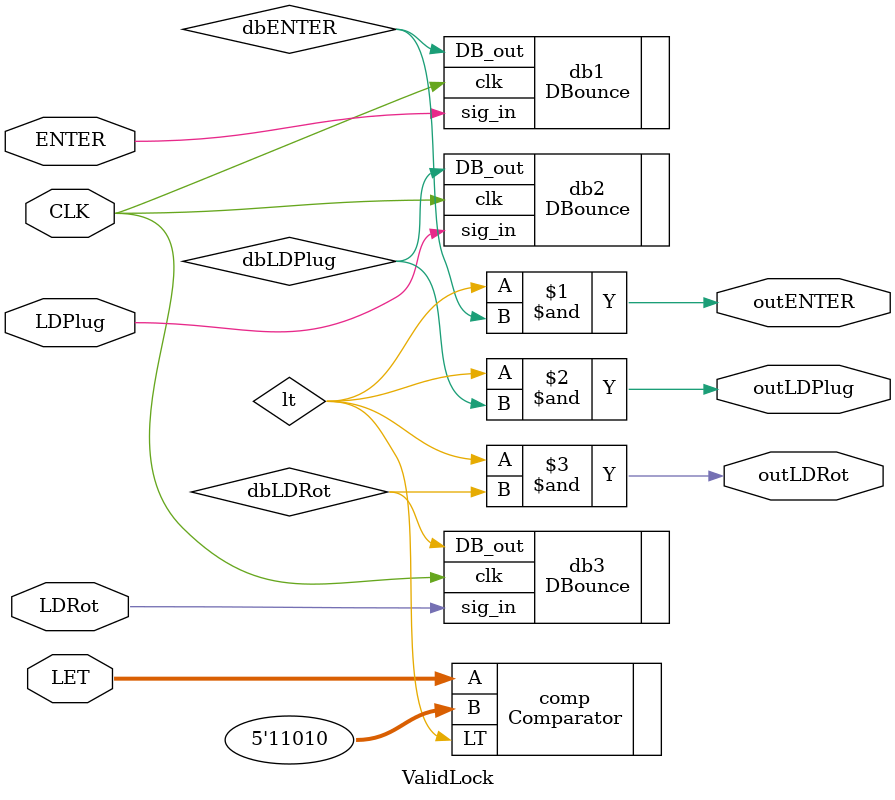
<source format=sv>
`timescale 1ns / 1ps


module ValidLock(
    input [4:0] LET,
    input CLK, ENTER, LDPlug, LDRot,
    output outENTER, outLDPlug, outLDRot
    );
    
    logic lt, dbENTER, dbLDPlug, dbLDRot;
    
    //debouncer reduces input noise to avoid double presses
    DBounce db1 (.clk(CLK), .sig_in(ENTER), .DB_out(dbENTER));
    DBounce db2 (.clk(CLK), .sig_in(LDPlug), .DB_out(dbLDPlug));
    DBounce db3 (.clk(CLK), .sig_in(LDRot), .DB_out(dbLDRot));
    
    //Makes sure that the character input switches are lower than 26
    //this ensures that the circuit will produce a valid response (Only 0-25 are valid characters)
    Comparator #(5) comp (.A(LET), .B(5'd26), .LT(lt));
    assign outENTER = lt & dbENTER;
    assign outLDPlug = lt & dbLDPlug;
    assign outLDRot = lt & dbLDRot;
endmodule

</source>
